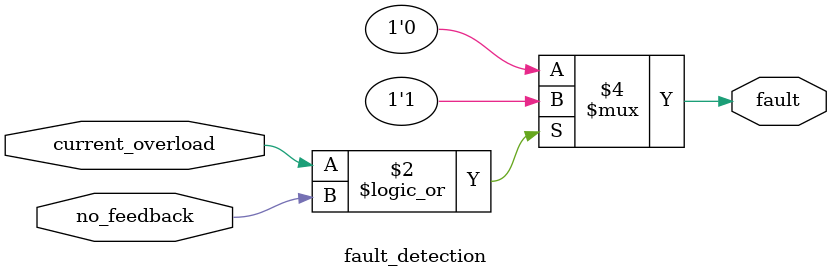
<source format=v>
module fault_detection (
    input wire current_overload, // Input to detect overload
    input wire no_feedback,     // Input to detect loss of feedback
    output reg fault            // Output for fault detection
);
    always @(current_overload or no_feedback) begin
        if (current_overload || no_feedback)
            fault = 1'b1;  // Fault detected
        else
            fault = 1'b0;  // No fault
    end
endmodule

</source>
